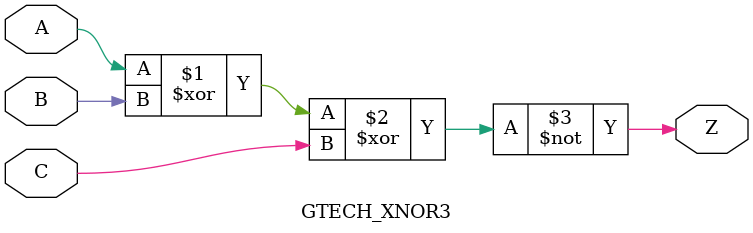
<source format=v>



module GTECH_XNOR3 (A, B, C, Z);  
	input A, B, C;
	output Z;

	assign Z = ~(A ^ B ^ C);
endmodule




</source>
